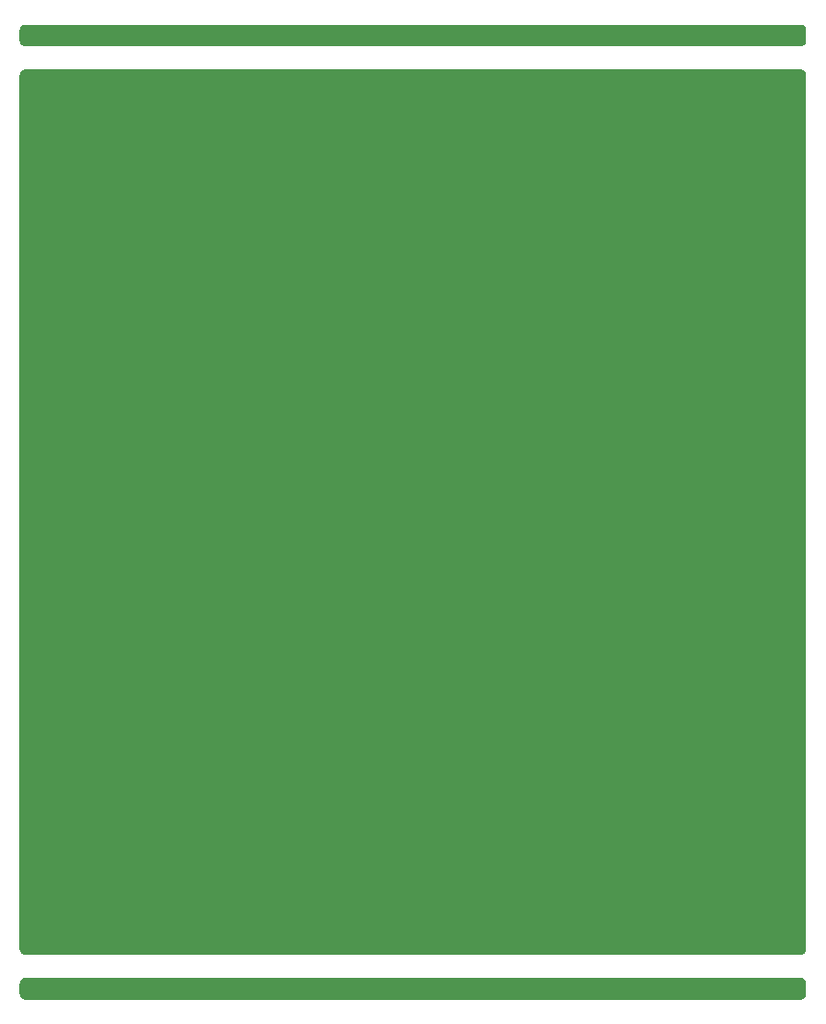
<source format=gbr>
G04 EAGLE Gerber RS-274X export*
G75*
%MOMM*%
%FSLAX34Y34*%
%LPD*%
%INBottom Copper*%
%IPPOS*%
%AMOC8*
5,1,8,0,0,1.08239X$1,22.5*%
G01*

G36*
X1077115Y191835D02*
X1077115Y191835D01*
X1077270Y191835D01*
X1077432Y191855D01*
X1077596Y191866D01*
X1077748Y191895D01*
X1077902Y191914D01*
X1078061Y191954D01*
X1078222Y191985D01*
X1078369Y192033D01*
X1078519Y192071D01*
X1078672Y192131D01*
X1078828Y192182D01*
X1078968Y192247D01*
X1079112Y192304D01*
X1079256Y192383D01*
X1079404Y192453D01*
X1079535Y192535D01*
X1079671Y192610D01*
X1079804Y192706D01*
X1079943Y192794D01*
X1080062Y192892D01*
X1080188Y192983D01*
X1080307Y193095D01*
X1080434Y193199D01*
X1080540Y193312D01*
X1080653Y193418D01*
X1080758Y193544D01*
X1080870Y193663D01*
X1080962Y193789D01*
X1081061Y193908D01*
X1081149Y194046D01*
X1081245Y194178D01*
X1081320Y194314D01*
X1081404Y194445D01*
X1081474Y194593D01*
X1081553Y194736D01*
X1081610Y194880D01*
X1081677Y195020D01*
X1081728Y195176D01*
X1081788Y195329D01*
X1081827Y195479D01*
X1081876Y195626D01*
X1081907Y195787D01*
X1081948Y195945D01*
X1081967Y196099D01*
X1081997Y196251D01*
X1082007Y196410D01*
X1082029Y196577D01*
X1082029Y196746D01*
X1082039Y196905D01*
X1082039Y966415D01*
X1082030Y966570D01*
X1082030Y966725D01*
X1082010Y966887D01*
X1081999Y967051D01*
X1081970Y967203D01*
X1081951Y967357D01*
X1081911Y967516D01*
X1081880Y967677D01*
X1081832Y967824D01*
X1081794Y967974D01*
X1081734Y968127D01*
X1081683Y968283D01*
X1081618Y968423D01*
X1081561Y968567D01*
X1081482Y968711D01*
X1081412Y968859D01*
X1081330Y968990D01*
X1081255Y969126D01*
X1081159Y969259D01*
X1081071Y969398D01*
X1080973Y969517D01*
X1080882Y969643D01*
X1080770Y969762D01*
X1080666Y969889D01*
X1080553Y969995D01*
X1080447Y970108D01*
X1080321Y970213D01*
X1080202Y970325D01*
X1080076Y970417D01*
X1079957Y970516D01*
X1079819Y970604D01*
X1079687Y970700D01*
X1079551Y970775D01*
X1079420Y970859D01*
X1079272Y970929D01*
X1079129Y971008D01*
X1078985Y971065D01*
X1078845Y971132D01*
X1078689Y971183D01*
X1078536Y971243D01*
X1078386Y971282D01*
X1078239Y971331D01*
X1078078Y971362D01*
X1077920Y971403D01*
X1077766Y971422D01*
X1077614Y971452D01*
X1077455Y971462D01*
X1077288Y971484D01*
X1077119Y971484D01*
X1076960Y971494D01*
X393700Y971494D01*
X393546Y971485D01*
X393390Y971485D01*
X393228Y971465D01*
X393064Y971454D01*
X392912Y971425D01*
X392758Y971406D01*
X392599Y971366D01*
X392438Y971335D01*
X392291Y971287D01*
X392141Y971249D01*
X391988Y971189D01*
X391832Y971138D01*
X391692Y971073D01*
X391548Y971016D01*
X391404Y970937D01*
X391256Y970867D01*
X391125Y970785D01*
X390989Y970710D01*
X390856Y970614D01*
X390717Y970526D01*
X390598Y970428D01*
X390472Y970337D01*
X390353Y970225D01*
X390226Y970121D01*
X390120Y970008D01*
X390007Y969902D01*
X389902Y969776D01*
X389790Y969657D01*
X389698Y969531D01*
X389599Y969412D01*
X389511Y969274D01*
X389415Y969142D01*
X389340Y969006D01*
X389256Y968875D01*
X389186Y968727D01*
X389107Y968584D01*
X389050Y968440D01*
X388983Y968300D01*
X388932Y968144D01*
X388872Y967991D01*
X388833Y967841D01*
X388785Y967694D01*
X388753Y967533D01*
X388712Y967375D01*
X388693Y967221D01*
X388663Y967069D01*
X388653Y966910D01*
X388631Y966743D01*
X388631Y966574D01*
X388621Y966415D01*
X388621Y196905D01*
X388630Y196750D01*
X388630Y196595D01*
X388650Y196433D01*
X388661Y196269D01*
X388690Y196117D01*
X388709Y195963D01*
X388749Y195804D01*
X388780Y195643D01*
X388828Y195496D01*
X388866Y195346D01*
X388926Y195193D01*
X388977Y195037D01*
X389043Y194897D01*
X389099Y194753D01*
X389178Y194609D01*
X389248Y194461D01*
X389330Y194330D01*
X389405Y194194D01*
X389501Y194061D01*
X389589Y193922D01*
X389687Y193803D01*
X389778Y193677D01*
X389890Y193558D01*
X389994Y193431D01*
X390107Y193325D01*
X390213Y193212D01*
X390339Y193107D01*
X390458Y192995D01*
X390584Y192903D01*
X390703Y192804D01*
X390841Y192716D01*
X390974Y192620D01*
X391109Y192545D01*
X391240Y192461D01*
X391388Y192391D01*
X391531Y192312D01*
X391675Y192255D01*
X391815Y192188D01*
X391971Y192137D01*
X392124Y192077D01*
X392274Y192038D01*
X392421Y191989D01*
X392582Y191958D01*
X392740Y191917D01*
X392894Y191898D01*
X393046Y191868D01*
X393205Y191858D01*
X393372Y191836D01*
X393541Y191836D01*
X393700Y191826D01*
X1076960Y191826D01*
X1077115Y191835D01*
G37*
G36*
X1077115Y991835D02*
X1077115Y991835D01*
X1077270Y991835D01*
X1077432Y991855D01*
X1077596Y991866D01*
X1077748Y991895D01*
X1077902Y991914D01*
X1078061Y991954D01*
X1078222Y991985D01*
X1078369Y992033D01*
X1078519Y992071D01*
X1078672Y992131D01*
X1078828Y992182D01*
X1078968Y992247D01*
X1079112Y992304D01*
X1079256Y992383D01*
X1079404Y992453D01*
X1079535Y992535D01*
X1079671Y992610D01*
X1079804Y992706D01*
X1079943Y992794D01*
X1080062Y992892D01*
X1080188Y992983D01*
X1080307Y993095D01*
X1080434Y993199D01*
X1080540Y993312D01*
X1080653Y993418D01*
X1080758Y993544D01*
X1080870Y993663D01*
X1080962Y993789D01*
X1081061Y993908D01*
X1081149Y994046D01*
X1081245Y994178D01*
X1081320Y994314D01*
X1081404Y994445D01*
X1081474Y994593D01*
X1081553Y994736D01*
X1081610Y994880D01*
X1081677Y995020D01*
X1081728Y995176D01*
X1081788Y995329D01*
X1081827Y995479D01*
X1081876Y995626D01*
X1081907Y995787D01*
X1081948Y995945D01*
X1081967Y996099D01*
X1081997Y996251D01*
X1082007Y996410D01*
X1082029Y996577D01*
X1082029Y996746D01*
X1082039Y996905D01*
X1082039Y1005840D01*
X1082030Y1005991D01*
X1082030Y1006024D01*
X1082030Y1006026D01*
X1082030Y1006150D01*
X1082010Y1006312D01*
X1081999Y1006476D01*
X1081970Y1006628D01*
X1081951Y1006782D01*
X1081911Y1006941D01*
X1081880Y1007102D01*
X1081832Y1007249D01*
X1081794Y1007399D01*
X1081734Y1007552D01*
X1081683Y1007708D01*
X1081618Y1007848D01*
X1081561Y1007992D01*
X1081482Y1008136D01*
X1081412Y1008284D01*
X1081330Y1008415D01*
X1081255Y1008551D01*
X1081159Y1008684D01*
X1081071Y1008823D01*
X1080973Y1008942D01*
X1080882Y1009068D01*
X1080770Y1009187D01*
X1080666Y1009314D01*
X1080553Y1009420D01*
X1080447Y1009533D01*
X1080321Y1009638D01*
X1080202Y1009750D01*
X1080076Y1009842D01*
X1079957Y1009941D01*
X1079819Y1010029D01*
X1079687Y1010125D01*
X1079551Y1010200D01*
X1079420Y1010284D01*
X1079272Y1010354D01*
X1079129Y1010433D01*
X1078985Y1010490D01*
X1078845Y1010557D01*
X1078689Y1010608D01*
X1078536Y1010668D01*
X1078386Y1010707D01*
X1078239Y1010756D01*
X1078078Y1010787D01*
X1077920Y1010828D01*
X1077766Y1010847D01*
X1077614Y1010877D01*
X1077455Y1010887D01*
X1077288Y1010909D01*
X1077119Y1010909D01*
X1076960Y1010919D01*
X393700Y1010919D01*
X393546Y1010910D01*
X393390Y1010910D01*
X393228Y1010890D01*
X393064Y1010879D01*
X392912Y1010850D01*
X392758Y1010831D01*
X392599Y1010791D01*
X392438Y1010760D01*
X392291Y1010712D01*
X392141Y1010674D01*
X391988Y1010614D01*
X391832Y1010563D01*
X391692Y1010498D01*
X391548Y1010441D01*
X391404Y1010362D01*
X391256Y1010292D01*
X391125Y1010210D01*
X390989Y1010135D01*
X390856Y1010039D01*
X390717Y1009951D01*
X390598Y1009853D01*
X390472Y1009762D01*
X390353Y1009650D01*
X390226Y1009546D01*
X390120Y1009433D01*
X390007Y1009327D01*
X389902Y1009201D01*
X389790Y1009082D01*
X389698Y1008956D01*
X389599Y1008837D01*
X389511Y1008699D01*
X389415Y1008567D01*
X389340Y1008431D01*
X389256Y1008300D01*
X389186Y1008152D01*
X389107Y1008009D01*
X389050Y1007865D01*
X388983Y1007725D01*
X388932Y1007569D01*
X388872Y1007416D01*
X388833Y1007266D01*
X388785Y1007119D01*
X388753Y1006958D01*
X388712Y1006800D01*
X388693Y1006646D01*
X388663Y1006494D01*
X388653Y1006335D01*
X388631Y1006168D01*
X388631Y1005999D01*
X388621Y1005840D01*
X388621Y996905D01*
X388630Y996750D01*
X388630Y996595D01*
X388650Y996433D01*
X388661Y996269D01*
X388690Y996117D01*
X388709Y995963D01*
X388749Y995804D01*
X388780Y995643D01*
X388828Y995496D01*
X388866Y995346D01*
X388926Y995193D01*
X388977Y995037D01*
X389043Y994897D01*
X389099Y994753D01*
X389178Y994609D01*
X389248Y994461D01*
X389330Y994330D01*
X389405Y994194D01*
X389501Y994061D01*
X389589Y993922D01*
X389687Y993803D01*
X389778Y993677D01*
X389890Y993558D01*
X389994Y993431D01*
X390107Y993325D01*
X390213Y993212D01*
X390339Y993107D01*
X390458Y992995D01*
X390584Y992903D01*
X390703Y992804D01*
X390841Y992716D01*
X390974Y992620D01*
X391109Y992545D01*
X391240Y992461D01*
X391388Y992391D01*
X391531Y992312D01*
X391675Y992255D01*
X391815Y992188D01*
X391971Y992137D01*
X392124Y992077D01*
X392274Y992038D01*
X392421Y991989D01*
X392582Y991958D01*
X392740Y991917D01*
X392894Y991898D01*
X393046Y991868D01*
X393205Y991858D01*
X393372Y991836D01*
X393541Y991836D01*
X393700Y991826D01*
X1076960Y991826D01*
X1077115Y991835D01*
G37*
G36*
X1077115Y152410D02*
X1077115Y152410D01*
X1077270Y152410D01*
X1077432Y152430D01*
X1077596Y152441D01*
X1077748Y152470D01*
X1077902Y152489D01*
X1078061Y152529D01*
X1078222Y152560D01*
X1078369Y152608D01*
X1078519Y152646D01*
X1078672Y152706D01*
X1078828Y152757D01*
X1078968Y152823D01*
X1079112Y152879D01*
X1079256Y152958D01*
X1079404Y153028D01*
X1079535Y153111D01*
X1079671Y153185D01*
X1079804Y153281D01*
X1079943Y153369D01*
X1080062Y153467D01*
X1080188Y153558D01*
X1080307Y153670D01*
X1080434Y153774D01*
X1080540Y153887D01*
X1080653Y153993D01*
X1080758Y154119D01*
X1080870Y154238D01*
X1080962Y154364D01*
X1081061Y154483D01*
X1081149Y154621D01*
X1081245Y154754D01*
X1081320Y154889D01*
X1081404Y155020D01*
X1081474Y155168D01*
X1081553Y155311D01*
X1081610Y155455D01*
X1081677Y155595D01*
X1081728Y155751D01*
X1081788Y155904D01*
X1081827Y156054D01*
X1081876Y156201D01*
X1081907Y156362D01*
X1081948Y156520D01*
X1081967Y156674D01*
X1081997Y156826D01*
X1082007Y156985D01*
X1082029Y157152D01*
X1082029Y157321D01*
X1082039Y157480D01*
X1082039Y166415D01*
X1082030Y166570D01*
X1082030Y166725D01*
X1082010Y166887D01*
X1081999Y167051D01*
X1081970Y167203D01*
X1081951Y167357D01*
X1081911Y167516D01*
X1081880Y167677D01*
X1081832Y167824D01*
X1081794Y167974D01*
X1081734Y168127D01*
X1081683Y168283D01*
X1081617Y168423D01*
X1081561Y168567D01*
X1081482Y168711D01*
X1081412Y168859D01*
X1081329Y168990D01*
X1081255Y169126D01*
X1081159Y169259D01*
X1081071Y169398D01*
X1080973Y169517D01*
X1080882Y169643D01*
X1080770Y169763D01*
X1080666Y169889D01*
X1080553Y169995D01*
X1080447Y170108D01*
X1080321Y170213D01*
X1080202Y170325D01*
X1080076Y170417D01*
X1079957Y170516D01*
X1079819Y170604D01*
X1079686Y170700D01*
X1079551Y170775D01*
X1079420Y170859D01*
X1079272Y170929D01*
X1079129Y171008D01*
X1078985Y171065D01*
X1078845Y171132D01*
X1078689Y171183D01*
X1078536Y171243D01*
X1078387Y171282D01*
X1078239Y171331D01*
X1078078Y171362D01*
X1077920Y171403D01*
X1077766Y171422D01*
X1077614Y171452D01*
X1077455Y171462D01*
X1077288Y171484D01*
X1077119Y171484D01*
X1076960Y171494D01*
X393700Y171494D01*
X393546Y171485D01*
X393390Y171485D01*
X393228Y171465D01*
X393064Y171454D01*
X392912Y171425D01*
X392758Y171406D01*
X392599Y171366D01*
X392438Y171335D01*
X392291Y171287D01*
X392141Y171249D01*
X391988Y171189D01*
X391832Y171138D01*
X391692Y171073D01*
X391548Y171016D01*
X391404Y170937D01*
X391256Y170867D01*
X391125Y170785D01*
X390989Y170710D01*
X390856Y170614D01*
X390717Y170526D01*
X390598Y170428D01*
X390472Y170337D01*
X390353Y170225D01*
X390226Y170121D01*
X390120Y170008D01*
X390007Y169902D01*
X389902Y169776D01*
X389790Y169657D01*
X389698Y169531D01*
X389599Y169412D01*
X389511Y169274D01*
X389415Y169142D01*
X389340Y169006D01*
X389256Y168875D01*
X389186Y168727D01*
X389107Y168584D01*
X389050Y168440D01*
X388983Y168300D01*
X388932Y168144D01*
X388872Y167991D01*
X388833Y167841D01*
X388785Y167694D01*
X388753Y167533D01*
X388712Y167375D01*
X388693Y167221D01*
X388663Y167069D01*
X388653Y166910D01*
X388631Y166743D01*
X388631Y166574D01*
X388621Y166415D01*
X388621Y157480D01*
X388630Y157326D01*
X388630Y157170D01*
X388650Y157008D01*
X388661Y156844D01*
X388690Y156692D01*
X388709Y156538D01*
X388749Y156379D01*
X388780Y156218D01*
X388828Y156071D01*
X388866Y155921D01*
X388926Y155768D01*
X388977Y155612D01*
X389043Y155472D01*
X389099Y155328D01*
X389178Y155184D01*
X389248Y155036D01*
X389330Y154905D01*
X389405Y154769D01*
X389501Y154636D01*
X389589Y154497D01*
X389687Y154378D01*
X389778Y154252D01*
X389890Y154133D01*
X389994Y154006D01*
X390107Y153900D01*
X390213Y153787D01*
X390339Y153682D01*
X390458Y153570D01*
X390584Y153478D01*
X390703Y153379D01*
X390841Y153291D01*
X390974Y153195D01*
X391109Y153120D01*
X391240Y153036D01*
X391388Y152966D01*
X391531Y152887D01*
X391675Y152830D01*
X391815Y152763D01*
X391971Y152712D01*
X392124Y152652D01*
X392274Y152613D01*
X392421Y152565D01*
X392582Y152533D01*
X392740Y152492D01*
X392894Y152473D01*
X393046Y152443D01*
X393205Y152433D01*
X393372Y152411D01*
X393541Y152411D01*
X393700Y152401D01*
X1076960Y152401D01*
X1077115Y152410D01*
G37*
M02*

</source>
